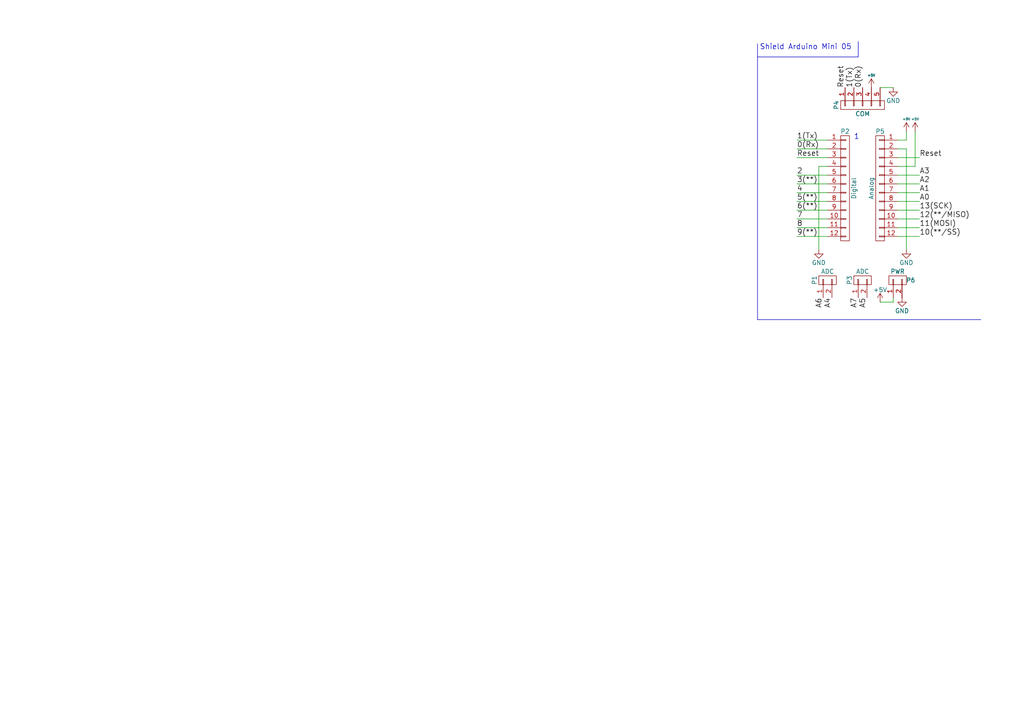
<source format=kicad_sch>
(kicad_sch (version 20230121) (generator eeschema)
  (paper "A4")
  (title_block (date "sam. 04 avril 2015"))
  (lib_symbols
    (symbol "Arduino_Mini-rescue:+5V" (power) (pin_names (offset 0))
      (property "Value" "+5V" (at 0 3.556 0))
      (symbol "+5V_0_1"
        (polyline (pts (xy -0.762 1.27) (xy 0 2.54)))
        (polyline (pts (xy 0 0) (xy 0 2.54)))
        (polyline (pts (xy 0 2.54) (xy 0.762 1.27)))
      )
      (symbol "+5V_1_1"
        (pin power_in line (at 0 0 90) (length 0) hide (name "+5V") (number "1"))
      )
    )
    (symbol "Arduino_Mini-rescue:+9V" (power) (pin_names (offset 0))
      (property "Value" "+9V" (at 0 3.556 0))
      (symbol "+9V_0_1"
        (polyline (pts (xy -0.762 1.27) (xy 0 2.54)))
        (polyline (pts (xy 0 0) (xy 0 2.54)))
        (polyline (pts (xy 0 2.54) (xy 0.762 1.27)))
      )
      (symbol "+9V_1_1"
        (pin power_in line (at 0 0 90) (length 0) hide (name "+9V") (number "1"))
      )
    )
    (symbol "Arduino_Mini-rescue:CONN_01X02" (pin_names (offset 1.016) hide)
      (property "Reference" "P" (at 0 3.81 0))
      (property "Value" "CONN_01X02" (at 2.54 0 90))
      (symbol "CONN_01X02_0_1"
        (rectangle (start -1.27 -1.143) (end 0.254 -1.397))
        (rectangle (start -1.27 1.397) (end 0.254 1.143))
        (rectangle (start -1.27 2.54) (end 1.27 -2.54))
      )
      (symbol "CONN_01X02_1_1"
        (pin passive line (at -5.08 1.27 0) (length 3.81) (name "P1") (number "1"))
        (pin passive line (at -5.08 -1.27 0) (length 3.81) (name "P2") (number "2"))
      )
    )
    (symbol "Arduino_Mini-rescue:CONN_01X05" (pin_names (offset 1.016) hide)
      (property "Reference" "P" (at 0 7.62 0))
      (property "Value" "CONN_01X05" (at 2.54 0 90))
      (symbol "CONN_01X05_0_1"
        (rectangle (start -1.27 -4.953) (end 0.254 -5.207))
        (rectangle (start -1.27 -2.413) (end 0.254 -2.667))
        (rectangle (start -1.27 0.127) (end 0.254 -0.127))
        (rectangle (start -1.27 2.667) (end 0.254 2.413))
        (rectangle (start -1.27 5.207) (end 0.254 4.953))
        (rectangle (start -1.27 6.35) (end 1.27 -6.35))
      )
      (symbol "CONN_01X05_1_1"
        (pin passive line (at -5.08 5.08 0) (length 3.81) (name "P1") (number "1"))
        (pin passive line (at -5.08 2.54 0) (length 3.81) (name "P2") (number "2"))
        (pin passive line (at -5.08 0 0) (length 3.81) (name "P3") (number "3"))
        (pin passive line (at -5.08 -2.54 0) (length 3.81) (name "P4") (number "4"))
        (pin passive line (at -5.08 -5.08 0) (length 3.81) (name "P5") (number "5"))
      )
    )
    (symbol "Arduino_Mini-rescue:CONN_01X12" (pin_names (offset 1.016) hide)
      (property "Reference" "P" (at 0 16.51 0))
      (property "Value" "CONN_01X12" (at 2.54 0 90))
      (symbol "CONN_01X12_0_1"
        (rectangle (start -1.27 -15.24) (end 1.27 15.24))
        (rectangle (start -1.27 -13.843) (end 0.254 -14.097))
        (rectangle (start -1.27 -11.303) (end 0.254 -11.557))
        (rectangle (start -1.27 -8.763) (end 0.254 -9.017))
        (rectangle (start -1.27 -6.223) (end 0.254 -6.477))
        (rectangle (start -1.27 -3.683) (end 0.254 -3.937))
        (rectangle (start -1.27 -1.143) (end 0.254 -1.397))
        (rectangle (start -1.27 1.397) (end 0.254 1.143))
        (rectangle (start -1.27 3.937) (end 0.254 3.683))
        (rectangle (start -1.27 6.477) (end 0.254 6.223))
        (rectangle (start -1.27 9.017) (end 0.254 8.763))
        (rectangle (start -1.27 11.557) (end 0.254 11.303))
        (rectangle (start -1.27 14.097) (end 0.254 13.843))
      )
      (symbol "CONN_01X12_1_1"
        (pin passive line (at -5.08 13.97 0) (length 3.81) (name "P1") (number "1"))
        (pin passive line (at -5.08 -8.89 0) (length 3.81) (name "P10") (number "10"))
        (pin passive line (at -5.08 -11.43 0) (length 3.81) (name "P11") (number "11"))
        (pin passive line (at -5.08 -13.97 0) (length 3.81) (name "P12") (number "12"))
        (pin passive line (at -5.08 11.43 0) (length 3.81) (name "P2") (number "2"))
        (pin passive line (at -5.08 8.89 0) (length 3.81) (name "P3") (number "3"))
        (pin passive line (at -5.08 6.35 0) (length 3.81) (name "P4") (number "4"))
        (pin passive line (at -5.08 3.81 0) (length 3.81) (name "P5") (number "5"))
        (pin passive line (at -5.08 1.27 0) (length 3.81) (name "P6") (number "6"))
        (pin passive line (at -5.08 -1.27 0) (length 3.81) (name "P7") (number "7"))
        (pin passive line (at -5.08 -3.81 0) (length 3.81) (name "P8") (number "8"))
        (pin passive line (at -5.08 -6.35 0) (length 3.81) (name "P9") (number "9"))
      )
    )
    (symbol "Arduino_Mini-rescue:GND" (power) (pin_names (offset 0))
      (property "Value" "GND" (at 0 -3.81 0))
      (symbol "GND_0_1"
        (polyline (pts (xy 0 0) (xy 0 -1.27) (xy 1.27 -1.27) (xy 0 -2.54) (xy -1.27 -1.27) (xy 0 -1.27)))
      )
      (symbol "GND_1_1"
        (pin power_in line (at 0 0 270) (length 0) hide (name "GND") (number "1"))
      )
    )
  )
  (wire (pts (xy 260.35 60.96) (xy 266.7 60.96)))
  (wire (pts (xy 231.14 66.04) (xy 240.03 66.04)))
  (wire (pts (xy 266.7 58.42) (xy 260.35 58.42)))
  (wire (pts (xy 237.49 48.26) (xy 237.49 72.39)))
  (wire (pts (xy 266.7 53.34) (xy 260.35 53.34)))
  (wire (pts (xy 266.7 55.88) (xy 260.35 55.88)))
  (wire (pts (xy 266.7 66.04) (xy 260.35 66.04)))
  (wire (pts (xy 259.08 87.63) (xy 255.27 87.63)))
  (wire (pts (xy 231.14 50.8) (xy 240.03 50.8)))
  (wire (pts (xy 240.03 68.58) (xy 231.14 68.58)))
  (wire (pts (xy 260.35 48.26) (xy 265.43 48.26)))
  (wire (pts (xy 240.03 40.64) (xy 231.14 40.64)))
  (polyline (pts (xy 284.48 92.71) (xy 219.71 92.71)))
  (polyline (pts (xy 219.71 16.51) (xy 248.92 16.51)))
  (wire (pts (xy 260.35 50.8) (xy 266.7 50.8)))
  (wire (pts (xy 240.03 58.42) (xy 231.14 58.42)))
  (wire (pts (xy 240.03 45.72) (xy 231.14 45.72)))
  (wire (pts (xy 262.89 43.18) (xy 262.89 72.39)))
  (wire (pts (xy 265.43 48.26) (xy 265.43 38.1)))
  (wire (pts (xy 231.14 43.18) (xy 240.03 43.18)))
  (wire (pts (xy 240.03 63.5) (xy 231.14 63.5)))
  (wire (pts (xy 231.14 55.88) (xy 240.03 55.88)))
  (wire (pts (xy 262.89 40.64) (xy 262.89 38.1)))
  (polyline (pts (xy 219.71 92.71) (xy 219.71 12.7)))
  (wire (pts (xy 266.7 68.58) (xy 260.35 68.58)))
  (wire (pts (xy 260.35 40.64) (xy 262.89 40.64)))
  (polyline (pts (xy 248.92 16.51) (xy 248.92 12.065)))
  (wire (pts (xy 266.7 63.5) (xy 260.35 63.5)))
  (wire (pts (xy 259.08 86.36) (xy 259.08 87.63)))
  (wire (pts (xy 266.7 45.72) (xy 260.35 45.72)))
  (wire (pts (xy 255.27 25.4) (xy 259.08 25.4)))
  (wire (pts (xy 240.03 53.34) (xy 231.14 53.34)))
  (wire (pts (xy 260.35 43.18) (xy 262.89 43.18)))
  (wire (pts (xy 231.14 60.96) (xy 240.03 60.96)))
  (wire (pts (xy 240.03 48.26) (xy 237.49 48.26)))
  (text "1" (at 247.65 40.64 0) (effects (font (size 1.524 1.524)) (justify left bottom)))
  (text "Shield Arduino Mini 05" (at 220.345 14.605 0) (effects (font (size 1.524 1.524)) (justify left bottom)))
  (label "Reset" (at 231.14 45.72 0) (effects (font (size 1.524 1.524))))
  (label "5(**)" (at 231.14 58.42 0) (effects (font (size 1.524 1.524))))
  (label "0(Rx)" (at 231.14 43.18 0) (effects (font (size 1.524 1.524))))
  (label "A3" (at 266.7 50.8 0) (effects (font (size 1.524 1.524))))
  (label "9(**)" (at 231.14 68.58 0) (effects (font (size 1.524 1.524))))
  (label "A2" (at 266.7 53.34 0) (effects (font (size 1.524 1.524))))
  (label "8" (at 231.14 66.04 0) (effects (font (size 1.524 1.524))))
  (label "A4" (at 241.3 86.36 270) (effects (font (size 1.524 1.524))))
  (label "7" (at 231.14 63.5 0) (effects (font (size 1.524 1.524))))
  (label "Reset" (at 266.7 45.72 0) (effects (font (size 1.524 1.524))))
  (label "4" (at 231.14 55.88 0) (effects (font (size 1.524 1.524))))
  (label "A0" (at 266.7 58.42 0) (effects (font (size 1.524 1.524))))
  (label "3(**)" (at 231.14 53.34 0) (effects (font (size 1.524 1.524))))
  (label "A7" (at 248.92 86.36 270) (effects (font (size 1.524 1.524))))
  (label "A6" (at 238.76 86.36 270) (effects (font (size 1.524 1.524))))
  (label "2" (at 231.14 50.8 0) (effects (font (size 1.524 1.524))))
  (label "A1" (at 266.7 55.88 0) (effects (font (size 1.524 1.524))))
  (label "1(Tx)" (at 231.14 40.64 0) (effects (font (size 1.524 1.524))))
  (label "6(**)" (at 231.14 60.96 0) (effects (font (size 1.524 1.524))))
  (label "A5" (at 251.46 86.36 270) (effects (font (size 1.524 1.524))))
  (label "11(MOSI)" (at 266.7 66.04 0) (effects (font (size 1.524 1.524))))
  (label "12(**/MISO)" (at 266.7 63.5 0) (effects (font (size 1.524 1.524))))
  (label "1(Tx)" (at 247.65 25.4 90) (effects (font (size 1.524 1.524))))
  (label "13(SCK)" (at 266.7 60.96 0) (effects (font (size 1.524 1.524))))
  (label "10(**/SS)" (at 266.7 68.58 0) (effects (font (size 1.524 1.524))))
  (label "0(Rx)" (at 250.19 25.4 90) (effects (font (size 1.524 1.524))))
  (label "Reset" (at 245.11 25.4 90) (effects (font (size 1.524 1.524))))
  (symbol (lib_id "Arduino_Mini-rescue:CONN_01X02") (at 240.03 81.28 90) (unit 1)
    (property "Reference" "P1" (at 236.22 81.28 0))
    (property "Value" "ADC" (at 240.03 78.74 90))
    (property "Footprint" "Socket_Arduino_Mini:Socket_Strip_Arduino_1x02" (effects hide))
  )
  (symbol (lib_id "Arduino_Mini-rescue:CONN_01X02") (at 250.19 81.28 90) (unit 1)
    (property "Reference" "P3" (at 246.38 81.28 0))
    (property "Value" "ADC" (at 250.19 78.74 90))
    (property "Footprint" "Socket_Arduino_Mini:Socket_Strip_Arduino_1x02" (effects hide))
  )
  (symbol (lib_id "Arduino_Mini-rescue:CONN_01X02") (at 260.35 81.28 90) (unit 1)
    (property "Reference" "P6" (at 264.16 81.28 90))
    (property "Value" "PWR" (at 260.35 78.74 90))
    (property "Footprint" "Socket_Arduino_Mini:Socket_Strip_Arduino_1x02" (effects hide))
  )
  (symbol (lib_id "Arduino_Mini-rescue:GND") (at 261.62 86.36 0) (unit 1)
    (property "Reference" "#PWR01" (effects hide))
    (property "Value" "GND" (at 261.62 90.17 0))
  )
  (symbol (lib_id "Arduino_Mini-rescue:+5V") (at 255.27 87.63 0) (unit 1)
    (property "Reference" "#PWR02" (effects hide))
    (property "Value" "+5V" (at 255.27 84.074 0))
  )
  (symbol (lib_id "Arduino_Mini-rescue:GND") (at 262.89 72.39 0) (unit 1)
    (property "Reference" "#PWR03" (effects hide))
    (property "Value" "GND" (at 262.89 76.2 0))
  )
  (symbol (lib_id "Arduino_Mini-rescue:CONN_01X12") (at 245.11 54.61 0) (unit 1)
    (property "Reference" "P2" (at 245.11 38.1 0))
    (property "Value" "Digital" (at 247.65 54.61 90))
    (property "Footprint" "Socket_Arduino_Mini:Socket_Strip_Arduino_1x12" (effects hide))
  )
  (symbol (lib_id "Arduino_Mini-rescue:CONN_01X12") (at 255.27 54.61 0) (mirror y) (unit 1)
    (property "Reference" "P5" (at 255.27 38.1 0))
    (property "Value" "Analog" (at 252.73 54.61 90))
    (property "Footprint" "Socket_Arduino_Mini:Socket_Strip_Arduino_1x12" (effects hide))
  )
  (symbol (lib_id "Arduino_Mini-rescue:GND") (at 237.49 72.39 0) (unit 1)
    (property "Reference" "#PWR04" (effects hide))
    (property "Value" "GND" (at 237.49 76.2 0))
  )
  (symbol (lib_id "Arduino_Mini-rescue:+9V") (at 262.89 38.1 0) (unit 1)
    (property "Reference" "#PWR05" (effects hide))
    (property "Value" "+9V" (at 262.89 34.544 0) (effects (font (size 0.7112 0.7112))))
  )
  (symbol (lib_id "Arduino_Mini-rescue:+5V") (at 265.43 38.1 0) (unit 1)
    (property "Reference" "#PWR06" (effects hide))
    (property "Value" "+5V" (at 265.43 34.544 0) (effects (font (size 0.7112 0.7112))))
  )
  (symbol (lib_id "Arduino_Mini-rescue:CONN_01X05") (at 250.19 30.48 90) (mirror x) (unit 1)
    (property "Reference" "P4" (at 242.57 30.48 0))
    (property "Value" "COM" (at 250.19 33.02 90))
    (property "Footprint" "Socket_Arduino_Mini:Socket_Strip_Arduino_1x05" (effects hide))
  )
  (symbol (lib_id "Arduino_Mini-rescue:+5V") (at 252.73 25.4 0) (unit 1)
    (property "Reference" "#PWR07" (effects hide))
    (property "Value" "+5V" (at 252.73 21.844 0) (effects (font (size 0.7112 0.7112))))
  )
  (symbol (lib_id "Arduino_Mini-rescue:GND") (at 259.08 25.4 0) (unit 1)
    (property "Reference" "#PWR08" (effects hide))
    (property "Value" "GND" (at 259.08 29.21 0))
  )
)
</source>
